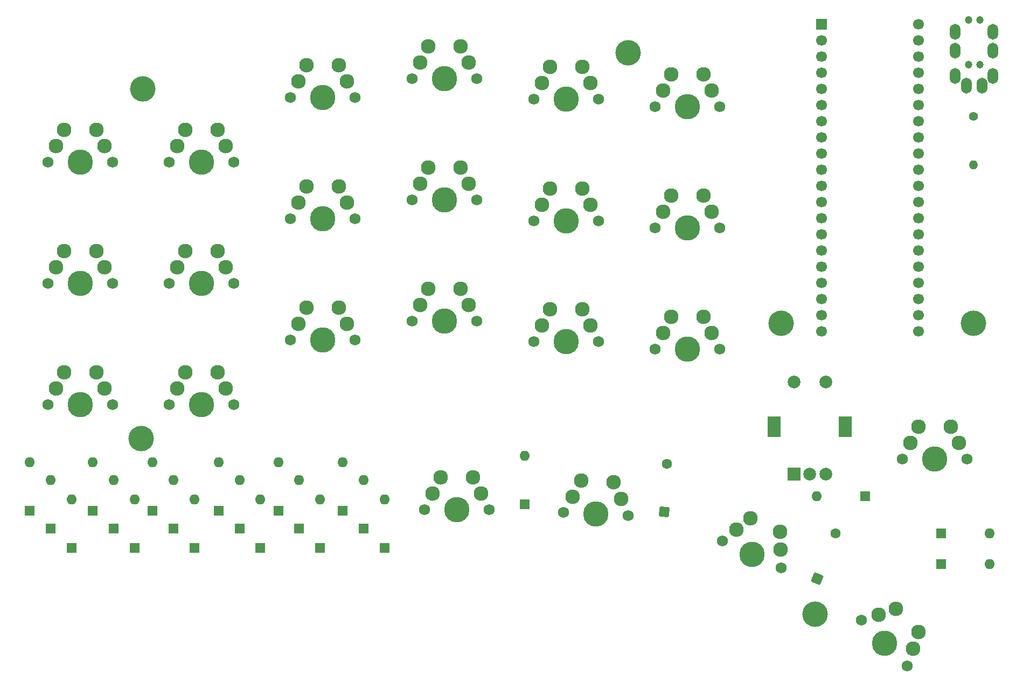
<source format=gbs>
%TF.GenerationSoftware,KiCad,Pcbnew,6.99.0-unknown-8f937b17a2~148~ubuntu20.04.1*%
%TF.CreationDate,2022-05-22T21:32:22+02:00*%
%TF.ProjectId,khada,6b686164-612e-46b6-9963-61645f706362,rev?*%
%TF.SameCoordinates,Original*%
%TF.FileFunction,Soldermask,Bot*%
%TF.FilePolarity,Negative*%
%FSLAX46Y46*%
G04 Gerber Fmt 4.6, Leading zero omitted, Abs format (unit mm)*
G04 Created by KiCad (PCBNEW 6.99.0-unknown-8f937b17a2~148~ubuntu20.04.1) date 2022-05-22 21:32:22*
%MOMM*%
%LPD*%
G01*
G04 APERTURE LIST*
G04 Aperture macros list*
%AMRoundRect*
0 Rectangle with rounded corners*
0 $1 Rounding radius*
0 $2 $3 $4 $5 $6 $7 $8 $9 X,Y pos of 4 corners*
0 Add a 4 corners polygon primitive as box body*
4,1,4,$2,$3,$4,$5,$6,$7,$8,$9,$2,$3,0*
0 Add four circle primitives for the rounded corners*
1,1,$1+$1,$2,$3*
1,1,$1+$1,$4,$5*
1,1,$1+$1,$6,$7*
1,1,$1+$1,$8,$9*
0 Add four rect primitives between the rounded corners*
20,1,$1+$1,$2,$3,$4,$5,0*
20,1,$1+$1,$4,$5,$6,$7,0*
20,1,$1+$1,$6,$7,$8,$9,0*
20,1,$1+$1,$8,$9,$2,$3,0*%
%AMHorizOval*
0 Thick line with rounded ends*
0 $1 width*
0 $2 $3 position (X,Y) of the first rounded end (center of the circle)*
0 $4 $5 position (X,Y) of the second rounded end (center of the circle)*
0 Add line between two ends*
20,1,$1,$2,$3,$4,$5,0*
0 Add two circle primitives to create the rounded ends*
1,1,$1,$2,$3*
1,1,$1,$4,$5*%
G04 Aperture macros list end*
%ADD10C,1.200000*%
%ADD11O,1.700000X2.500000*%
%ADD12R,2.000000X2.000000*%
%ADD13C,2.000000*%
%ADD14R,2.000000X3.200000*%
%ADD15C,1.400000*%
%ADD16O,1.400000X1.400000*%
%ADD17R,1.700000X1.700000*%
%ADD18C,1.700000*%
%ADD19C,4.000000*%
%ADD20C,1.750000*%
%ADD21C,3.987800*%
%ADD22C,2.300000*%
%ADD23RoundRect,0.160000X0.640000X-0.640000X0.640000X0.640000X-0.640000X0.640000X-0.640000X-0.640000X0*%
%ADD24O,1.600000X1.600000*%
%ADD25RoundRect,0.160000X0.640000X0.640000X-0.640000X0.640000X-0.640000X-0.640000X0.640000X-0.640000X0*%
%ADD26RoundRect,0.160000X0.353649X-0.833146X0.833146X0.353649X-0.353649X0.833146X-0.833146X-0.353649X0*%
%ADD27HorizOval,1.600000X0.000000X0.000000X0.000000X0.000000X0*%
%ADD28RoundRect,0.160000X0.605628X-0.672618X0.672618X0.605628X-0.605628X0.672618X-0.672618X-0.605628X0*%
%ADD29HorizOval,1.600000X0.000000X0.000000X0.000000X0.000000X0*%
%ADD30RoundRect,0.160000X-0.640000X-0.640000X0.640000X-0.640000X0.640000X0.640000X-0.640000X0.640000X0*%
G04 APERTURE END LIST*
D10*
%TO.C,J1*%
X208308000Y-58182400D03*
X208308000Y-51182400D03*
D11*
X206207999Y-59982399D03*
X210407999Y-61482399D03*
X206207999Y-52982399D03*
X206207999Y-55982399D03*
D10*
X210058000Y-51182400D03*
X210058000Y-58182400D03*
D11*
X212157999Y-52982399D03*
X212157999Y-55982399D03*
X212157999Y-59982399D03*
X207957999Y-61482399D03*
%TD*%
D12*
%TO.C,SW24*%
X180837199Y-122561999D03*
D13*
X185837200Y-122562000D03*
X183337200Y-122562000D03*
D14*
X177737199Y-115061999D03*
X188937199Y-115061999D03*
D13*
X185837200Y-108062000D03*
X180837200Y-108062000D03*
%TD*%
D15*
%TO.C,R1*%
X209042000Y-66294000D03*
D16*
X209041999Y-73913999D03*
%TD*%
D17*
%TO.C,U1*%
X185165999Y-51815999D03*
D18*
X185166000Y-54356000D03*
X185166000Y-56896000D03*
X185166000Y-59436000D03*
X185166000Y-61976000D03*
X185166000Y-64516000D03*
X185166000Y-67056000D03*
X185166000Y-69596000D03*
X185166000Y-72136000D03*
X185166000Y-74676000D03*
X185166000Y-77216000D03*
X185166000Y-79756000D03*
X185166000Y-82296000D03*
X185166000Y-84836000D03*
X185166000Y-87376000D03*
X185166000Y-89916000D03*
X185166000Y-92456000D03*
X185166000Y-94996000D03*
X185166000Y-97536000D03*
X185166000Y-100076000D03*
X200406000Y-100076000D03*
X200406000Y-97536000D03*
X200406000Y-94996000D03*
X200406000Y-92456000D03*
X200406000Y-89916000D03*
X200406000Y-87376000D03*
X200406000Y-84836000D03*
X200406000Y-82296000D03*
X200406000Y-79756000D03*
X200406000Y-77216000D03*
X200406000Y-74676000D03*
X200406000Y-72136000D03*
X200406000Y-69596000D03*
X200406000Y-67056000D03*
X200406000Y-64516000D03*
X200406000Y-61976000D03*
X200406000Y-59436000D03*
X200406000Y-56896000D03*
X200406000Y-54356000D03*
X200406000Y-51816000D03*
%TD*%
D19*
%TO.C,H6*%
X209042000Y-98806000D03*
%TD*%
%TO.C,H5*%
X178816000Y-98806000D03*
%TD*%
D20*
%TO.C,SW7*%
X82677000Y-111633000D03*
D21*
X87757000Y-111633000D03*
D20*
X92837000Y-111633000D03*
D22*
X83947000Y-109093000D03*
X85217000Y-106553000D03*
X90297000Y-106553000D03*
X91567000Y-109093000D03*
%TD*%
D20*
%TO.C,SW9*%
X101727000Y-63373000D03*
D21*
X106807000Y-63373000D03*
D20*
X111887000Y-63373000D03*
D22*
X102997000Y-60833000D03*
X104267000Y-58293000D03*
X109347000Y-58293000D03*
X110617000Y-60833000D03*
%TD*%
D23*
%TO.C,D13*%
X90424000Y-128270000D03*
D24*
X90423999Y-120649999D03*
%TD*%
D23*
%TO.C,D5*%
X70612000Y-128270000D03*
D24*
X70611999Y-120649999D03*
%TD*%
D23*
%TO.C,D15*%
X97002600Y-134112000D03*
D24*
X97002599Y-126491999D03*
%TD*%
D23*
%TO.C,D7*%
X77216000Y-134112000D03*
D24*
X77215999Y-126491999D03*
%TD*%
D19*
%TO.C,H3*%
X78250000Y-116900000D03*
%TD*%
D20*
%TO.C,SW1*%
X63627000Y-73533000D03*
D21*
X68707000Y-73533000D03*
D20*
X73787000Y-73533000D03*
D22*
X64897000Y-70993000D03*
X66167000Y-68453000D03*
X71247000Y-68453000D03*
X72517000Y-70993000D03*
%TD*%
D19*
%TO.C,H4*%
X184150000Y-144526000D03*
%TD*%
%TO.C,H2*%
X154800000Y-56300000D03*
%TD*%
D24*
%TO.C,D24*%
X184403999Y-125983999D03*
D25*
X192024000Y-125984000D03*
%TD*%
D23*
%TO.C,D9*%
X80010000Y-128270000D03*
D24*
X80009999Y-120649999D03*
%TD*%
D26*
%TO.C,D12*%
X184500749Y-138914570D03*
D27*
X187355250Y-131849429D03*
%TD*%
D20*
%TO.C,SW15*%
X120854000Y-98500000D03*
D21*
X125934000Y-98500000D03*
D20*
X131014000Y-98500000D03*
D22*
X122124000Y-95960000D03*
X123394000Y-93420000D03*
X128474000Y-93420000D03*
X129744000Y-95960000D03*
%TD*%
D23*
%TO.C,D21*%
X109927400Y-128270000D03*
D24*
X109927399Y-120649999D03*
%TD*%
D23*
%TO.C,D14*%
X93726000Y-131064000D03*
D24*
X93725999Y-123443999D03*
%TD*%
D20*
%TO.C,SW12*%
X169621397Y-133021358D03*
D21*
X174244000Y-135128000D03*
D20*
X178866603Y-137234642D03*
D22*
X171830368Y-131236717D03*
X174039340Y-129452076D03*
X178661943Y-131558718D03*
X178764273Y-134396680D03*
%TD*%
D23*
%TO.C,D23*%
X116520000Y-134112000D03*
D24*
X116519999Y-126491999D03*
%TD*%
D20*
%TO.C,SW10*%
X101727000Y-82423000D03*
D21*
X106807000Y-82423000D03*
D20*
X111887000Y-82423000D03*
D22*
X102997000Y-79883000D03*
X104267000Y-77343000D03*
X109347000Y-77343000D03*
X110617000Y-79883000D03*
%TD*%
D23*
%TO.C,D4*%
X138557000Y-127254000D03*
D24*
X138556999Y-119633999D03*
%TD*%
D20*
%TO.C,SW19*%
X139954000Y-101727000D03*
D21*
X145034000Y-101727000D03*
D20*
X150114000Y-101727000D03*
D22*
X141224000Y-99187000D03*
X142494000Y-96647000D03*
X147574000Y-96647000D03*
X148844000Y-99187000D03*
%TD*%
D20*
%TO.C,SW6*%
X82677000Y-92583000D03*
D21*
X87757000Y-92583000D03*
D20*
X92837000Y-92583000D03*
D22*
X83947000Y-90043000D03*
X85217000Y-87503000D03*
X90297000Y-87503000D03*
X91567000Y-90043000D03*
%TD*%
D20*
%TO.C,SW8*%
X144659962Y-128512133D03*
D21*
X149733000Y-128778000D03*
D20*
X154806038Y-129043867D03*
D22*
X146061155Y-126042081D03*
X147462348Y-123572029D03*
X152535386Y-123837895D03*
X153670712Y-126440881D03*
%TD*%
D20*
%TO.C,SW23*%
X159059000Y-102870000D03*
D21*
X164139000Y-102870000D03*
D20*
X169219000Y-102870000D03*
D22*
X160329000Y-100330000D03*
X161599000Y-97790000D03*
X166679000Y-97790000D03*
X167949000Y-100330000D03*
%TD*%
D23*
%TO.C,D2*%
X64008000Y-131064000D03*
D24*
X64007999Y-123443999D03*
%TD*%
D20*
%TO.C,SW13*%
X120854000Y-60400000D03*
D21*
X125934000Y-60400000D03*
D20*
X131014000Y-60400000D03*
D22*
X122124000Y-57860000D03*
X123394000Y-55320000D03*
X128474000Y-55320000D03*
X129744000Y-57860000D03*
%TD*%
D20*
%TO.C,SW14*%
X120854000Y-79450000D03*
D21*
X125934000Y-79450000D03*
D20*
X131014000Y-79450000D03*
D22*
X122124000Y-76910000D03*
X123394000Y-74370000D03*
X128474000Y-74370000D03*
X129744000Y-76910000D03*
%TD*%
D20*
%TO.C,SW21*%
X159054000Y-64800000D03*
D21*
X164134000Y-64800000D03*
D20*
X169214000Y-64800000D03*
D22*
X160324000Y-62260000D03*
X161594000Y-59720000D03*
X166674000Y-59720000D03*
X167944000Y-62260000D03*
%TD*%
D23*
%TO.C,D10*%
X83312000Y-131064000D03*
D24*
X83311999Y-123443999D03*
%TD*%
D20*
%TO.C,SW11*%
X101727000Y-101473000D03*
D21*
X106807000Y-101473000D03*
D20*
X111887000Y-101473000D03*
D22*
X102997000Y-98933000D03*
X104267000Y-96393000D03*
X109347000Y-96393000D03*
X110617000Y-98933000D03*
%TD*%
D28*
%TO.C,D8*%
X160455600Y-128491702D03*
D29*
X160854399Y-120882143D03*
%TD*%
D30*
%TO.C,D20*%
X203962000Y-131826000D03*
D24*
X211581999Y-131825999D03*
%TD*%
D20*
%TO.C,SW20*%
X197866000Y-120142000D03*
D21*
X202946000Y-120142000D03*
D20*
X208026000Y-120142000D03*
D22*
X199136000Y-117602000D03*
X200406000Y-115062000D03*
X205486000Y-115062000D03*
X206756000Y-117602000D03*
%TD*%
D23*
%TO.C,D6*%
X73914000Y-131064000D03*
D24*
X73913999Y-123443999D03*
%TD*%
D23*
%TO.C,D1*%
X60706000Y-128270000D03*
D24*
X60705999Y-120649999D03*
%TD*%
D20*
%TO.C,SW2*%
X63627000Y-92583000D03*
D21*
X68707000Y-92583000D03*
D20*
X73787000Y-92583000D03*
D22*
X64897000Y-90043000D03*
X66167000Y-87503000D03*
X71247000Y-87503000D03*
X72517000Y-90043000D03*
%TD*%
D23*
%TO.C,D18*%
X103069400Y-131064000D03*
D24*
X103069399Y-123443999D03*
%TD*%
D23*
%TO.C,D3*%
X67310000Y-134112000D03*
D24*
X67309999Y-126491999D03*
%TD*%
D23*
%TO.C,D17*%
X99822000Y-128270000D03*
D24*
X99821999Y-120649999D03*
%TD*%
D20*
%TO.C,SW4*%
X122809000Y-128143000D03*
D21*
X127889000Y-128143000D03*
D20*
X132969000Y-128143000D03*
D22*
X124079000Y-125603000D03*
X125349000Y-123063000D03*
X130429000Y-123063000D03*
X131699000Y-125603000D03*
%TD*%
D20*
%TO.C,SW16*%
X191479898Y-145505898D03*
D21*
X195072000Y-149098000D03*
D20*
X198664102Y-152690102D03*
D22*
X194173974Y-144607872D03*
X196868051Y-143709846D03*
X200460154Y-147301949D03*
X199562128Y-149996026D03*
%TD*%
D20*
%TO.C,SW18*%
X139954000Y-82700000D03*
D21*
X145034000Y-82700000D03*
D20*
X150114000Y-82700000D03*
D22*
X141224000Y-80160000D03*
X142494000Y-77620000D03*
X147574000Y-77620000D03*
X148844000Y-80160000D03*
%TD*%
D23*
%TO.C,D11*%
X86614000Y-134112000D03*
D24*
X86613999Y-126491999D03*
%TD*%
D19*
%TO.C,H1*%
X78500000Y-62000000D03*
%TD*%
D20*
%TO.C,SW22*%
X159054000Y-83813000D03*
D21*
X164134000Y-83813000D03*
D20*
X169214000Y-83813000D03*
D22*
X160324000Y-81273000D03*
X161594000Y-78733000D03*
X166674000Y-78733000D03*
X167944000Y-81273000D03*
%TD*%
D20*
%TO.C,SW17*%
X139954000Y-63600000D03*
D21*
X145034000Y-63600000D03*
D20*
X150114000Y-63600000D03*
D22*
X141224000Y-61060000D03*
X142494000Y-58520000D03*
X147574000Y-58520000D03*
X148844000Y-61060000D03*
%TD*%
D30*
%TO.C,D16*%
X203962000Y-136652000D03*
D24*
X211581999Y-136651999D03*
%TD*%
D20*
%TO.C,SW5*%
X82677000Y-73533000D03*
D21*
X87757000Y-73533000D03*
D20*
X92837000Y-73533000D03*
D22*
X83947000Y-70993000D03*
X85217000Y-68453000D03*
X90297000Y-68453000D03*
X91567000Y-70993000D03*
%TD*%
D23*
%TO.C,D22*%
X113220000Y-131064000D03*
D24*
X113219999Y-123443999D03*
%TD*%
D20*
%TO.C,SW3*%
X63627000Y-111633000D03*
D21*
X68707000Y-111633000D03*
D20*
X73787000Y-111633000D03*
D22*
X64897000Y-109093000D03*
X66167000Y-106553000D03*
X71247000Y-106553000D03*
X72517000Y-109093000D03*
%TD*%
D23*
%TO.C,D19*%
X106371400Y-134112000D03*
D24*
X106371399Y-126491999D03*
%TD*%
M02*

</source>
